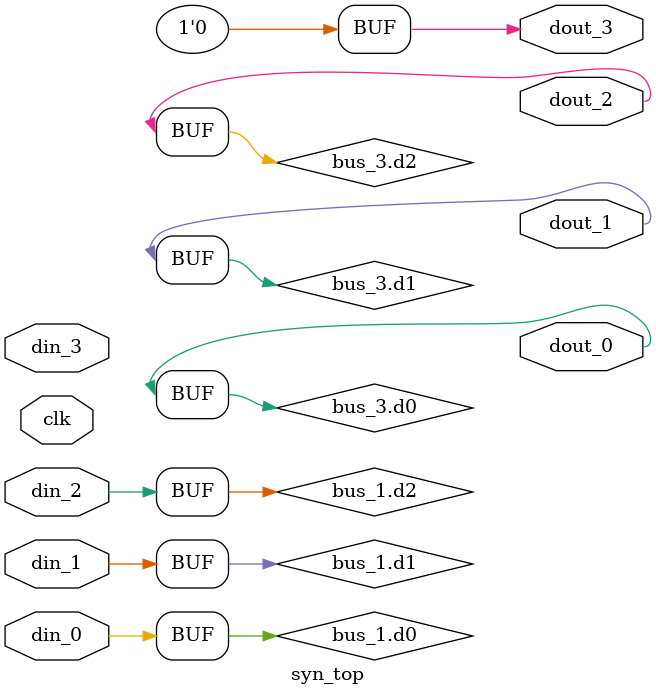
<source format=sv>
module syn_top (
 input  clk,
 input  din_0,
 input  din_1,
 input  din_2,
 input  din_3,
 output dout_0,
 output dout_1,
 output dout_2,
 output dout_3 );

bus bus_1(), bus_2(), bus_3();

assign bus_1.d0 = din_0;
assign bus_1.d1 = din_1;
assign bus_1.d2 = {din_3, din_2};

assign dout_0 = bus_3.d0;
assign dout_1 = bus_3.d1;
assign {dout_3, dout_2} = bus_3.d2;

stage1 stage1_1 (
 .clk    (clk),
 .din    (bus_1),
 .dout   (bus_2) );

stage1 stage1_2 (
 .clk    (clk),
 .din    (bus_2),
 .dout   (bus_3) );

endmodule

</source>
